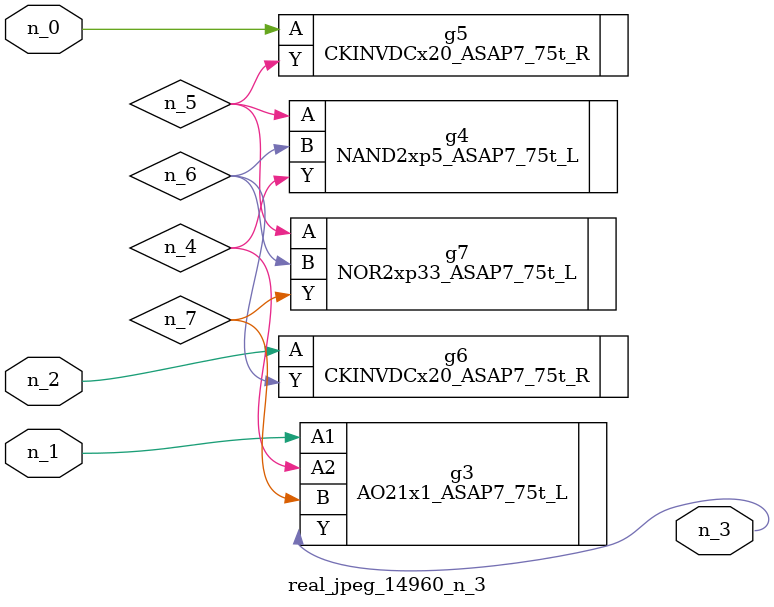
<source format=v>
module real_jpeg_14960_n_3 (n_1, n_0, n_2, n_3);

input n_1;
input n_0;
input n_2;

output n_3;

wire n_5;
wire n_4;
wire n_6;
wire n_7;

CKINVDCx20_ASAP7_75t_R g5 ( 
.A(n_0),
.Y(n_5)
);

AO21x1_ASAP7_75t_L g3 ( 
.A1(n_1),
.A2(n_4),
.B(n_7),
.Y(n_3)
);

CKINVDCx20_ASAP7_75t_R g6 ( 
.A(n_2),
.Y(n_6)
);

NAND2xp5_ASAP7_75t_L g4 ( 
.A(n_5),
.B(n_6),
.Y(n_4)
);

NOR2xp33_ASAP7_75t_L g7 ( 
.A(n_5),
.B(n_6),
.Y(n_7)
);


endmodule
</source>
